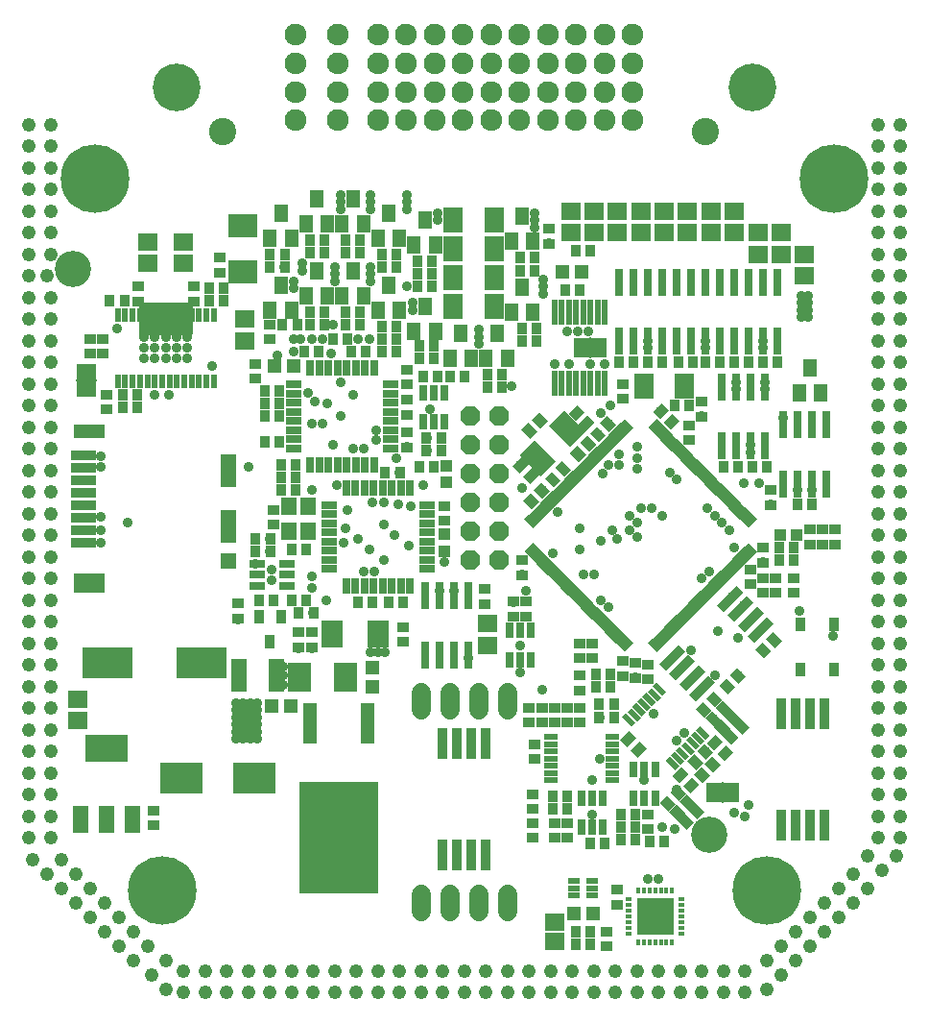
<source format=gbr>
G04 EAGLE Gerber RS-274X export*
G75*
%MOMM*%
%FSLAX34Y34*%
%LPD*%
%INSoldermask Top*%
%IPPOS*%
%AMOC8*
5,1,8,0,0,1.08239X$1,22.5*%
G01*
%ADD10C,3.203200*%
%ADD11R,0.903200X1.103200*%
%ADD12R,1.103200X0.903200*%
%ADD13R,0.903200X1.203200*%
%ADD14R,1.203200X1.303200*%
%ADD15R,1.473200X0.762000*%
%ADD16R,0.762000X1.473200*%
%ADD17R,1.983200X2.363200*%
%ADD18R,1.003200X1.003200*%
%ADD19R,1.403200X3.003200*%
%ADD20R,1.403200X1.603200*%
%ADD21R,2.003200X2.603200*%
%ADD22R,1.203200X1.603200*%
%ADD23R,1.703200X1.503200*%
%ADD24R,1.703200X2.303200*%
%ADD25R,0.889000X2.743200*%
%ADD26R,1.103200X0.503200*%
%ADD27R,0.503200X1.103200*%
%ADD28R,1.903200X2.603200*%
%ADD29R,0.803200X2.403200*%
%ADD30R,1.422200X2.438200*%
%ADD31R,3.803200X2.403200*%
%ADD32R,2.403200X0.838200*%
%ADD33P,1.869504X8X292.500000*%
%ADD34C,1.928200*%
%ADD35C,2.403200*%
%ADD36C,4.203200*%
%ADD37R,1.303200X1.203200*%
%ADD38C,1.727200*%
%ADD39R,0.753200X1.403200*%
%ADD40R,1.403200X0.753200*%
%ADD41R,1.193800X0.508000*%
%ADD42R,0.508000X1.193800*%
%ADD43R,1.203200X3.603200*%
%ADD44R,7.003200X9.803200*%
%ADD45R,4.503200X2.703200*%
%ADD46R,3.703200X2.703200*%
%ADD47R,2.603200X2.003200*%
%ADD48R,1.371600X1.803400*%
%ADD49R,0.152400X1.828800*%
%ADD50R,0.600000X0.300000*%
%ADD51R,0.300000X0.600000*%
%ADD52R,3.300000X3.300000*%
%ADD53R,1.003200X0.603200*%
%ADD54R,0.953200X1.203200*%
%ADD55R,1.803400X1.371600*%
%ADD56R,1.828800X0.152400*%
%ADD57R,2.203200X0.903200*%
%ADD58R,2.803200X1.703200*%
%ADD59R,2.803200X1.203200*%
%ADD60R,1.403200X1.403200*%
%ADD61R,1.403200X2.903200*%
%ADD62R,0.583200X2.203200*%
%ADD63C,0.914400*%
%ADD64C,6.045200*%
%ADD65C,1.209600*%

G36*
X158776Y595380D02*
X158776Y595380D01*
X158802Y595378D01*
X158949Y595400D01*
X159096Y595417D01*
X159121Y595425D01*
X159147Y595429D01*
X159285Y595484D01*
X159424Y595534D01*
X159446Y595548D01*
X159471Y595558D01*
X159592Y595643D01*
X159717Y595723D01*
X159735Y595742D01*
X159757Y595757D01*
X159856Y595867D01*
X159959Y595974D01*
X159973Y595996D01*
X159990Y596016D01*
X160062Y596146D01*
X160138Y596273D01*
X160146Y596298D01*
X160159Y596321D01*
X160199Y596464D01*
X160244Y596605D01*
X160246Y596631D01*
X160254Y596656D01*
X160273Y596900D01*
X160273Y622300D01*
X160270Y622326D01*
X160272Y622352D01*
X160250Y622499D01*
X160233Y622646D01*
X160225Y622671D01*
X160221Y622697D01*
X160166Y622835D01*
X160116Y622974D01*
X160102Y622996D01*
X160092Y623021D01*
X160007Y623142D01*
X159927Y623267D01*
X159908Y623285D01*
X159893Y623307D01*
X159783Y623406D01*
X159676Y623509D01*
X159654Y623523D01*
X159634Y623540D01*
X159504Y623612D01*
X159377Y623688D01*
X159352Y623696D01*
X159329Y623709D01*
X159186Y623749D01*
X159045Y623794D01*
X159019Y623796D01*
X158994Y623804D01*
X158750Y623823D01*
X114300Y623823D01*
X114274Y623820D01*
X114248Y623822D01*
X114101Y623800D01*
X113954Y623783D01*
X113929Y623775D01*
X113903Y623771D01*
X113765Y623716D01*
X113626Y623666D01*
X113604Y623652D01*
X113579Y623642D01*
X113458Y623557D01*
X113333Y623477D01*
X113315Y623458D01*
X113293Y623443D01*
X113194Y623333D01*
X113091Y623226D01*
X113077Y623204D01*
X113060Y623184D01*
X112988Y623054D01*
X112912Y622927D01*
X112904Y622902D01*
X112891Y622879D01*
X112851Y622736D01*
X112806Y622595D01*
X112804Y622569D01*
X112796Y622544D01*
X112777Y622300D01*
X112777Y596900D01*
X112780Y596874D01*
X112778Y596848D01*
X112800Y596701D01*
X112817Y596554D01*
X112825Y596529D01*
X112829Y596503D01*
X112884Y596365D01*
X112934Y596226D01*
X112948Y596204D01*
X112958Y596179D01*
X113043Y596058D01*
X113123Y595933D01*
X113142Y595915D01*
X113157Y595893D01*
X113267Y595794D01*
X113374Y595691D01*
X113396Y595677D01*
X113416Y595660D01*
X113546Y595588D01*
X113673Y595512D01*
X113698Y595504D01*
X113721Y595491D01*
X113864Y595451D01*
X114005Y595406D01*
X114031Y595404D01*
X114056Y595396D01*
X114300Y595377D01*
X158750Y595377D01*
X158776Y595380D01*
G37*
D10*
X55000Y654000D03*
X616000Y155000D03*
D11*
X236688Y523875D03*
X223688Y523875D03*
D12*
X349250Y509738D03*
X349250Y496738D03*
D11*
X297013Y592138D03*
X284013Y592138D03*
X250975Y458788D03*
X237975Y458788D03*
X339875Y581025D03*
X326875Y581025D03*
D13*
X228600Y325550D03*
X219100Y347550D03*
X238100Y347550D03*
D11*
X250975Y481013D03*
X237975Y481013D03*
D14*
X249800Y568325D03*
X232800Y568325D03*
D11*
X223688Y534988D03*
X236688Y534988D03*
X250975Y469900D03*
X237975Y469900D03*
X312888Y581025D03*
X299888Y581025D03*
D12*
X349250Y565300D03*
X349250Y552300D03*
X349250Y538313D03*
X349250Y525313D03*
D11*
X236688Y546100D03*
X223688Y546100D03*
X266850Y350838D03*
X253850Y350838D03*
D12*
X228600Y604988D03*
X228600Y591988D03*
X215900Y570063D03*
X215900Y557063D03*
D11*
X252563Y604838D03*
X239563Y604838D03*
D15*
X249174Y551875D03*
X249174Y543875D03*
X249174Y535875D03*
X249174Y527875D03*
X249174Y519875D03*
X249174Y511875D03*
X249174Y503875D03*
X249174Y495875D03*
D16*
X264100Y480949D03*
X272100Y480949D03*
X280100Y480949D03*
X288100Y480949D03*
X296100Y480949D03*
X304100Y480949D03*
X312100Y480949D03*
X320100Y480949D03*
D15*
X335026Y495875D03*
X335026Y503875D03*
X335026Y511875D03*
X335026Y519875D03*
X335026Y527875D03*
X335026Y535875D03*
X335026Y543875D03*
X335026Y551875D03*
D16*
X320100Y566801D03*
X312100Y566801D03*
X304100Y566801D03*
X296100Y566801D03*
X288100Y566801D03*
X280100Y566801D03*
X272100Y566801D03*
X264100Y566801D03*
D11*
X247500Y406400D03*
X260500Y406400D03*
D12*
X231775Y428475D03*
X231775Y441475D03*
D11*
X223688Y501650D03*
X236688Y501650D03*
X215750Y415925D03*
X228750Y415925D03*
X215750Y404813D03*
X228750Y404813D03*
D17*
X282913Y331788D03*
X323613Y331788D03*
D11*
X690713Y407988D03*
X677713Y407988D03*
D18*
X693300Y419100D03*
X678300Y419100D03*
D19*
X200988Y295275D03*
X233988Y295275D03*
D11*
X258613Y581025D03*
X271613Y581025D03*
D20*
X262500Y422388D03*
X262500Y444388D03*
X245500Y444388D03*
X245500Y422388D03*
D21*
X294888Y293688D03*
X254388Y293688D03*
D22*
X238125Y639650D03*
X247625Y617650D03*
X228625Y617650D03*
D11*
X260500Y361950D03*
X247500Y361950D03*
X231925Y361950D03*
X218925Y361950D03*
X358625Y638175D03*
X371625Y638175D03*
D23*
X596900Y685825D03*
X596900Y704825D03*
D11*
X628500Y479425D03*
X641500Y479425D03*
X653900Y479425D03*
X666900Y479425D03*
D23*
X576263Y685825D03*
X576263Y704825D03*
X534988Y685825D03*
X534988Y704825D03*
D11*
X536425Y571500D03*
X549425Y571500D03*
X561825Y571500D03*
X574825Y571500D03*
D23*
X555625Y685825D03*
X555625Y704825D03*
D11*
X228450Y655638D03*
X241450Y655638D03*
X241450Y666750D03*
X228450Y666750D03*
D22*
X238125Y703150D03*
X247625Y681150D03*
X228625Y681150D03*
D11*
X263375Y604838D03*
X276375Y604838D03*
X276375Y615950D03*
X263375Y615950D03*
D22*
X269875Y652350D03*
X279375Y630350D03*
X260375Y630350D03*
D11*
X376388Y558800D03*
X363388Y558800D03*
X400200Y558800D03*
X387200Y558800D03*
D22*
X396875Y596788D03*
X406375Y574788D03*
X387375Y574788D03*
D11*
X420538Y549275D03*
X433538Y549275D03*
X433538Y560388D03*
X420538Y560388D03*
D22*
X428625Y596788D03*
X438125Y574788D03*
X419125Y574788D03*
D11*
X360213Y574675D03*
X373213Y574675D03*
X373213Y585788D03*
X360213Y585788D03*
D22*
X365125Y620600D03*
X374625Y598600D03*
X355625Y598600D03*
D11*
X295125Y604838D03*
X308125Y604838D03*
X308125Y615950D03*
X295125Y615950D03*
D22*
X301625Y652350D03*
X311125Y630350D03*
X292125Y630350D03*
D11*
X326875Y592138D03*
X339875Y592138D03*
X339875Y603250D03*
X326875Y603250D03*
D22*
X333375Y639650D03*
X342875Y617650D03*
X323875Y617650D03*
D24*
X425988Y646113D03*
X389988Y646113D03*
X425988Y620713D03*
X389988Y620713D03*
D11*
X585638Y533400D03*
X598638Y533400D03*
X450700Y590550D03*
X463700Y590550D03*
X463700Y601663D03*
X450700Y601663D03*
D22*
X450850Y638063D03*
X460350Y616063D03*
X441350Y616063D03*
D24*
X425988Y671513D03*
X389988Y671513D03*
D11*
X449113Y652463D03*
X462113Y652463D03*
X462113Y663575D03*
X449113Y663575D03*
D22*
X450850Y699975D03*
X460350Y677975D03*
X441350Y677975D03*
D24*
X425988Y696913D03*
X389988Y696913D03*
D12*
X382588Y431650D03*
X382588Y444650D03*
D18*
X382588Y420250D03*
X382588Y405250D03*
D25*
X679450Y261938D03*
X717550Y261938D03*
X692150Y261938D03*
X704850Y261938D03*
X679450Y163513D03*
X717550Y163513D03*
X692150Y163513D03*
X704850Y163513D03*
D23*
X700088Y666725D03*
X700088Y647725D03*
D12*
X609600Y523725D03*
X609600Y536725D03*
D11*
G36*
X572547Y521378D02*
X566161Y527764D01*
X573961Y535564D01*
X580347Y529178D01*
X572547Y521378D01*
G37*
G36*
X581739Y512186D02*
X575353Y518572D01*
X583153Y526372D01*
X589539Y519986D01*
X581739Y512186D01*
G37*
G36*
X519791Y518066D02*
X526177Y524452D01*
X533977Y516652D01*
X527591Y510266D01*
X519791Y518066D01*
G37*
G36*
X510598Y508873D02*
X516984Y515259D01*
X524784Y507459D01*
X518398Y501073D01*
X510598Y508873D01*
G37*
D12*
X598488Y503088D03*
X598488Y516088D03*
D11*
G36*
X480103Y478378D02*
X486489Y484764D01*
X494289Y476964D01*
X487903Y470578D01*
X480103Y478378D01*
G37*
G36*
X470911Y469186D02*
X477297Y475572D01*
X485097Y467772D01*
X478711Y461386D01*
X470911Y469186D01*
G37*
D12*
X539750Y295125D03*
X539750Y308125D03*
X652463Y376088D03*
X652463Y389088D03*
X663575Y408138D03*
X663575Y395138D03*
X550863Y306538D03*
X550863Y293538D03*
X450850Y397025D03*
X450850Y384025D03*
D11*
G36*
X502328Y500603D02*
X508714Y506989D01*
X516514Y499189D01*
X510128Y492803D01*
X502328Y500603D01*
G37*
G36*
X493136Y491411D02*
X499522Y497797D01*
X507322Y489997D01*
X500936Y483611D01*
X493136Y491411D01*
G37*
D26*
G36*
X545584Y510436D02*
X537784Y518236D01*
X541342Y521794D01*
X549142Y513994D01*
X545584Y510436D01*
G37*
G36*
X542048Y506901D02*
X534248Y514701D01*
X537806Y518259D01*
X545606Y510459D01*
X542048Y506901D01*
G37*
G36*
X538513Y503365D02*
X530713Y511165D01*
X534271Y514723D01*
X542071Y506923D01*
X538513Y503365D01*
G37*
G36*
X534977Y499829D02*
X527177Y507629D01*
X530735Y511187D01*
X538535Y503387D01*
X534977Y499829D01*
G37*
G36*
X531442Y496294D02*
X523642Y504094D01*
X527200Y507652D01*
X535000Y499852D01*
X531442Y496294D01*
G37*
G36*
X527906Y492758D02*
X520106Y500558D01*
X523664Y504116D01*
X531464Y496316D01*
X527906Y492758D01*
G37*
G36*
X524371Y489223D02*
X516571Y497023D01*
X520129Y500581D01*
X527929Y492781D01*
X524371Y489223D01*
G37*
G36*
X520835Y485687D02*
X513035Y493487D01*
X516593Y497045D01*
X524393Y489245D01*
X520835Y485687D01*
G37*
G36*
X517299Y482152D02*
X509499Y489952D01*
X513057Y493510D01*
X520857Y485710D01*
X517299Y482152D01*
G37*
G36*
X513764Y478616D02*
X505964Y486416D01*
X509522Y489974D01*
X517322Y482174D01*
X513764Y478616D01*
G37*
G36*
X510228Y475081D02*
X502428Y482881D01*
X505986Y486439D01*
X513786Y478639D01*
X510228Y475081D01*
G37*
G36*
X506693Y471545D02*
X498893Y479345D01*
X502451Y482903D01*
X510251Y475103D01*
X506693Y471545D01*
G37*
G36*
X503157Y468010D02*
X495357Y475810D01*
X498915Y479368D01*
X506715Y471568D01*
X503157Y468010D01*
G37*
G36*
X499622Y464474D02*
X491822Y472274D01*
X495380Y475832D01*
X503180Y468032D01*
X499622Y464474D01*
G37*
G36*
X496086Y460939D02*
X488286Y468739D01*
X491844Y472297D01*
X499644Y464497D01*
X496086Y460939D01*
G37*
G36*
X492551Y457403D02*
X484751Y465203D01*
X488309Y468761D01*
X496109Y460961D01*
X492551Y457403D01*
G37*
G36*
X489015Y453868D02*
X481215Y461668D01*
X484773Y465226D01*
X492573Y457426D01*
X489015Y453868D01*
G37*
G36*
X485480Y450332D02*
X477680Y458132D01*
X481238Y461690D01*
X489038Y453890D01*
X485480Y450332D01*
G37*
G36*
X481944Y446796D02*
X474144Y454596D01*
X477702Y458154D01*
X485502Y450354D01*
X481944Y446796D01*
G37*
G36*
X478409Y443261D02*
X470609Y451061D01*
X474167Y454619D01*
X481967Y446819D01*
X478409Y443261D01*
G37*
G36*
X474873Y439725D02*
X467073Y447525D01*
X470631Y451083D01*
X478431Y443283D01*
X474873Y439725D01*
G37*
G36*
X471338Y436190D02*
X463538Y443990D01*
X467096Y447548D01*
X474896Y439748D01*
X471338Y436190D01*
G37*
G36*
X467802Y432654D02*
X460002Y440454D01*
X463560Y444012D01*
X471360Y436212D01*
X467802Y432654D01*
G37*
G36*
X464266Y429119D02*
X456466Y436919D01*
X460024Y440477D01*
X467824Y432677D01*
X464266Y429119D01*
G37*
G36*
X460731Y425583D02*
X452931Y433383D01*
X456489Y436941D01*
X464289Y429141D01*
X460731Y425583D01*
G37*
D27*
G36*
X456489Y401259D02*
X452931Y404817D01*
X460731Y412617D01*
X464289Y409059D01*
X456489Y401259D01*
G37*
G36*
X460024Y397723D02*
X456466Y401281D01*
X464266Y409081D01*
X467824Y405523D01*
X460024Y397723D01*
G37*
G36*
X463560Y394188D02*
X460002Y397746D01*
X467802Y405546D01*
X471360Y401988D01*
X463560Y394188D01*
G37*
G36*
X467096Y390652D02*
X463538Y394210D01*
X471338Y402010D01*
X474896Y398452D01*
X467096Y390652D01*
G37*
G36*
X470631Y387117D02*
X467073Y390675D01*
X474873Y398475D01*
X478431Y394917D01*
X470631Y387117D01*
G37*
G36*
X474167Y383581D02*
X470609Y387139D01*
X478409Y394939D01*
X481967Y391381D01*
X474167Y383581D01*
G37*
G36*
X477702Y380046D02*
X474144Y383604D01*
X481944Y391404D01*
X485502Y387846D01*
X477702Y380046D01*
G37*
G36*
X481238Y376510D02*
X477680Y380068D01*
X485480Y387868D01*
X489038Y384310D01*
X481238Y376510D01*
G37*
G36*
X484773Y372974D02*
X481215Y376532D01*
X489015Y384332D01*
X492573Y380774D01*
X484773Y372974D01*
G37*
G36*
X488309Y369439D02*
X484751Y372997D01*
X492551Y380797D01*
X496109Y377239D01*
X488309Y369439D01*
G37*
G36*
X491844Y365903D02*
X488286Y369461D01*
X496086Y377261D01*
X499644Y373703D01*
X491844Y365903D01*
G37*
G36*
X495380Y362368D02*
X491822Y365926D01*
X499622Y373726D01*
X503180Y370168D01*
X495380Y362368D01*
G37*
G36*
X498915Y358832D02*
X495357Y362390D01*
X503157Y370190D01*
X506715Y366632D01*
X498915Y358832D01*
G37*
G36*
X502451Y355297D02*
X498893Y358855D01*
X506693Y366655D01*
X510251Y363097D01*
X502451Y355297D01*
G37*
G36*
X505986Y351761D02*
X502428Y355319D01*
X510228Y363119D01*
X513786Y359561D01*
X505986Y351761D01*
G37*
G36*
X509522Y348226D02*
X505964Y351784D01*
X513764Y359584D01*
X517322Y356026D01*
X509522Y348226D01*
G37*
G36*
X513057Y344690D02*
X509499Y348248D01*
X517299Y356048D01*
X520857Y352490D01*
X513057Y344690D01*
G37*
G36*
X516593Y341155D02*
X513035Y344713D01*
X520835Y352513D01*
X524393Y348955D01*
X516593Y341155D01*
G37*
G36*
X520129Y337619D02*
X516571Y341177D01*
X524371Y348977D01*
X527929Y345419D01*
X520129Y337619D01*
G37*
G36*
X523664Y334084D02*
X520106Y337642D01*
X527906Y345442D01*
X531464Y341884D01*
X523664Y334084D01*
G37*
G36*
X527200Y330548D02*
X523642Y334106D01*
X531442Y341906D01*
X535000Y338348D01*
X527200Y330548D01*
G37*
G36*
X530735Y327013D02*
X527177Y330571D01*
X534977Y338371D01*
X538535Y334813D01*
X530735Y327013D01*
G37*
G36*
X534271Y323477D02*
X530713Y327035D01*
X538513Y334835D01*
X542071Y331277D01*
X534271Y323477D01*
G37*
G36*
X537806Y319941D02*
X534248Y323499D01*
X542048Y331299D01*
X545606Y327741D01*
X537806Y319941D01*
G37*
G36*
X541342Y316406D02*
X537784Y319964D01*
X545584Y327764D01*
X549142Y324206D01*
X541342Y316406D01*
G37*
D26*
G36*
X569908Y316406D02*
X562108Y324206D01*
X565666Y327764D01*
X573466Y319964D01*
X569908Y316406D01*
G37*
G36*
X573444Y319941D02*
X565644Y327741D01*
X569202Y331299D01*
X577002Y323499D01*
X573444Y319941D01*
G37*
G36*
X576979Y323477D02*
X569179Y331277D01*
X572737Y334835D01*
X580537Y327035D01*
X576979Y323477D01*
G37*
G36*
X580515Y327013D02*
X572715Y334813D01*
X576273Y338371D01*
X584073Y330571D01*
X580515Y327013D01*
G37*
G36*
X584050Y330548D02*
X576250Y338348D01*
X579808Y341906D01*
X587608Y334106D01*
X584050Y330548D01*
G37*
G36*
X587586Y334084D02*
X579786Y341884D01*
X583344Y345442D01*
X591144Y337642D01*
X587586Y334084D01*
G37*
G36*
X591121Y337619D02*
X583321Y345419D01*
X586879Y348977D01*
X594679Y341177D01*
X591121Y337619D01*
G37*
G36*
X594657Y341155D02*
X586857Y348955D01*
X590415Y352513D01*
X598215Y344713D01*
X594657Y341155D01*
G37*
G36*
X598193Y344690D02*
X590393Y352490D01*
X593951Y356048D01*
X601751Y348248D01*
X598193Y344690D01*
G37*
G36*
X601728Y348226D02*
X593928Y356026D01*
X597486Y359584D01*
X605286Y351784D01*
X601728Y348226D01*
G37*
G36*
X605264Y351761D02*
X597464Y359561D01*
X601022Y363119D01*
X608822Y355319D01*
X605264Y351761D01*
G37*
G36*
X608799Y355297D02*
X600999Y363097D01*
X604557Y366655D01*
X612357Y358855D01*
X608799Y355297D01*
G37*
G36*
X612335Y358832D02*
X604535Y366632D01*
X608093Y370190D01*
X615893Y362390D01*
X612335Y358832D01*
G37*
G36*
X615870Y362368D02*
X608070Y370168D01*
X611628Y373726D01*
X619428Y365926D01*
X615870Y362368D01*
G37*
G36*
X619406Y365903D02*
X611606Y373703D01*
X615164Y377261D01*
X622964Y369461D01*
X619406Y365903D01*
G37*
G36*
X622941Y369439D02*
X615141Y377239D01*
X618699Y380797D01*
X626499Y372997D01*
X622941Y369439D01*
G37*
G36*
X626477Y372974D02*
X618677Y380774D01*
X622235Y384332D01*
X630035Y376532D01*
X626477Y372974D01*
G37*
G36*
X630012Y376510D02*
X622212Y384310D01*
X625770Y387868D01*
X633570Y380068D01*
X630012Y376510D01*
G37*
G36*
X633548Y380046D02*
X625748Y387846D01*
X629306Y391404D01*
X637106Y383604D01*
X633548Y380046D01*
G37*
G36*
X637083Y383581D02*
X629283Y391381D01*
X632841Y394939D01*
X640641Y387139D01*
X637083Y383581D01*
G37*
G36*
X640619Y387117D02*
X632819Y394917D01*
X636377Y398475D01*
X644177Y390675D01*
X640619Y387117D01*
G37*
G36*
X644154Y390652D02*
X636354Y398452D01*
X639912Y402010D01*
X647712Y394210D01*
X644154Y390652D01*
G37*
G36*
X647690Y394188D02*
X639890Y401988D01*
X643448Y405546D01*
X651248Y397746D01*
X647690Y394188D01*
G37*
G36*
X651226Y397723D02*
X643426Y405523D01*
X646984Y409081D01*
X654784Y401281D01*
X651226Y397723D01*
G37*
G36*
X654761Y401259D02*
X646961Y409059D01*
X650519Y412617D01*
X658319Y404817D01*
X654761Y401259D01*
G37*
D27*
G36*
X650519Y425583D02*
X646961Y429141D01*
X654761Y436941D01*
X658319Y433383D01*
X650519Y425583D01*
G37*
G36*
X646984Y429119D02*
X643426Y432677D01*
X651226Y440477D01*
X654784Y436919D01*
X646984Y429119D01*
G37*
G36*
X643448Y432654D02*
X639890Y436212D01*
X647690Y444012D01*
X651248Y440454D01*
X643448Y432654D01*
G37*
G36*
X639912Y436190D02*
X636354Y439748D01*
X644154Y447548D01*
X647712Y443990D01*
X639912Y436190D01*
G37*
G36*
X636377Y439725D02*
X632819Y443283D01*
X640619Y451083D01*
X644177Y447525D01*
X636377Y439725D01*
G37*
G36*
X632841Y443261D02*
X629283Y446819D01*
X637083Y454619D01*
X640641Y451061D01*
X632841Y443261D01*
G37*
G36*
X629306Y446796D02*
X625748Y450354D01*
X633548Y458154D01*
X637106Y454596D01*
X629306Y446796D01*
G37*
G36*
X625770Y450332D02*
X622212Y453890D01*
X630012Y461690D01*
X633570Y458132D01*
X625770Y450332D01*
G37*
G36*
X622235Y453868D02*
X618677Y457426D01*
X626477Y465226D01*
X630035Y461668D01*
X622235Y453868D01*
G37*
G36*
X618699Y457403D02*
X615141Y460961D01*
X622941Y468761D01*
X626499Y465203D01*
X618699Y457403D01*
G37*
G36*
X615164Y460939D02*
X611606Y464497D01*
X619406Y472297D01*
X622964Y468739D01*
X615164Y460939D01*
G37*
G36*
X611628Y464474D02*
X608070Y468032D01*
X615870Y475832D01*
X619428Y472274D01*
X611628Y464474D01*
G37*
G36*
X608093Y468010D02*
X604535Y471568D01*
X612335Y479368D01*
X615893Y475810D01*
X608093Y468010D01*
G37*
G36*
X604557Y471545D02*
X600999Y475103D01*
X608799Y482903D01*
X612357Y479345D01*
X604557Y471545D01*
G37*
G36*
X601022Y475081D02*
X597464Y478639D01*
X605264Y486439D01*
X608822Y482881D01*
X601022Y475081D01*
G37*
G36*
X597486Y478616D02*
X593928Y482174D01*
X601728Y489974D01*
X605286Y486416D01*
X597486Y478616D01*
G37*
G36*
X593951Y482152D02*
X590393Y485710D01*
X598193Y493510D01*
X601751Y489952D01*
X593951Y482152D01*
G37*
G36*
X590415Y485687D02*
X586857Y489245D01*
X594657Y497045D01*
X598215Y493487D01*
X590415Y485687D01*
G37*
G36*
X586879Y489223D02*
X583321Y492781D01*
X591121Y500581D01*
X594679Y497023D01*
X586879Y489223D01*
G37*
G36*
X583344Y492758D02*
X579786Y496316D01*
X587586Y504116D01*
X591144Y500558D01*
X583344Y492758D01*
G37*
G36*
X579808Y496294D02*
X576250Y499852D01*
X584050Y507652D01*
X587608Y504094D01*
X579808Y496294D01*
G37*
G36*
X576273Y499829D02*
X572715Y503387D01*
X580515Y511187D01*
X584073Y507629D01*
X576273Y499829D01*
G37*
G36*
X572737Y503365D02*
X569179Y506923D01*
X576979Y514723D01*
X580537Y511165D01*
X572737Y503365D01*
G37*
G36*
X569202Y506901D02*
X565644Y510459D01*
X573444Y518259D01*
X577002Y514701D01*
X569202Y506901D01*
G37*
G36*
X565666Y510436D02*
X562108Y513994D01*
X569908Y521794D01*
X573466Y518236D01*
X565666Y510436D01*
G37*
D11*
G36*
X508541Y524784D02*
X514927Y518398D01*
X507127Y510598D01*
X500741Y516984D01*
X508541Y524784D01*
G37*
G36*
X499348Y533977D02*
X505734Y527591D01*
X497934Y519791D01*
X491548Y526177D01*
X499348Y533977D01*
G37*
G36*
X448722Y473753D02*
X442336Y480139D01*
X450136Y487939D01*
X456522Y481553D01*
X448722Y473753D01*
G37*
G36*
X457914Y464561D02*
X451528Y470947D01*
X459328Y478747D01*
X465714Y472361D01*
X457914Y464561D01*
G37*
G36*
X464459Y510634D02*
X458073Y504248D01*
X450273Y512048D01*
X456659Y518434D01*
X464459Y510634D01*
G37*
G36*
X473652Y519827D02*
X467266Y513441D01*
X459466Y521241D01*
X465852Y527627D01*
X473652Y519827D01*
G37*
D28*
G36*
X474987Y515618D02*
X488445Y529076D01*
X506851Y510670D01*
X493393Y497212D01*
X474987Y515618D01*
G37*
G36*
X448824Y489455D02*
X462282Y502913D01*
X480688Y484507D01*
X467230Y471049D01*
X448824Y489455D01*
G37*
D12*
X669925Y445938D03*
X669925Y458938D03*
D11*
X706588Y446088D03*
X693588Y446088D03*
D29*
X693738Y464538D03*
X693738Y516538D03*
X681038Y464538D03*
X706438Y464538D03*
X719138Y464538D03*
X681038Y516538D03*
X706438Y516538D03*
X719138Y516538D03*
D30*
X61028Y169035D03*
X84138Y169035D03*
X107248Y169035D03*
D31*
X84138Y231015D03*
D23*
X58738Y274613D03*
X58738Y255613D03*
D32*
G36*
X650129Y330665D02*
X667122Y347658D01*
X673049Y341731D01*
X656056Y324738D01*
X650129Y330665D01*
G37*
G36*
X641149Y339645D02*
X658142Y356638D01*
X664069Y350711D01*
X647076Y333718D01*
X641149Y339645D01*
G37*
G36*
X632168Y348626D02*
X649161Y365619D01*
X655088Y359692D01*
X638095Y342699D01*
X632168Y348626D01*
G37*
G36*
X623188Y357606D02*
X640181Y374599D01*
X646108Y368672D01*
X629115Y351679D01*
X623188Y357606D01*
G37*
G36*
X571551Y305969D02*
X588544Y322962D01*
X594471Y317035D01*
X577478Y300042D01*
X571551Y305969D01*
G37*
G36*
X580531Y296989D02*
X597524Y313982D01*
X603451Y308055D01*
X586458Y291062D01*
X580531Y296989D01*
G37*
G36*
X589512Y288008D02*
X606505Y305001D01*
X612432Y299074D01*
X595439Y282081D01*
X589512Y288008D01*
G37*
G36*
X598492Y279028D02*
X615485Y296021D01*
X621412Y290094D01*
X604419Y273101D01*
X598492Y279028D01*
G37*
D11*
G36*
X639084Y285209D02*
X632698Y278823D01*
X624898Y286623D01*
X631284Y293009D01*
X639084Y285209D01*
G37*
G36*
X648277Y294402D02*
X641891Y288016D01*
X634091Y295816D01*
X640477Y302202D01*
X648277Y294402D01*
G37*
G36*
X665841Y327566D02*
X672227Y333952D01*
X680027Y326152D01*
X673641Y319766D01*
X665841Y327566D01*
G37*
G36*
X656648Y318373D02*
X663034Y324759D01*
X670834Y316959D01*
X664448Y310573D01*
X656648Y318373D01*
G37*
D33*
X430213Y523875D03*
X404813Y523875D03*
X430213Y498475D03*
X404813Y498475D03*
X430213Y473075D03*
X404813Y473075D03*
X430213Y447675D03*
X404813Y447675D03*
X430213Y422275D03*
X404813Y422275D03*
X430213Y396875D03*
X404813Y396875D03*
D11*
G36*
X466047Y448722D02*
X459661Y442336D01*
X451861Y450136D01*
X458247Y456522D01*
X466047Y448722D01*
G37*
G36*
X475239Y457914D02*
X468853Y451528D01*
X461053Y459328D01*
X467439Y465714D01*
X475239Y457914D01*
G37*
D23*
X617538Y685825D03*
X617538Y704825D03*
D11*
X588813Y571500D03*
X601813Y571500D03*
X612625Y571500D03*
X625625Y571500D03*
D23*
X638175Y685825D03*
X638175Y704825D03*
X679450Y666775D03*
X679450Y685775D03*
D11*
X638025Y571500D03*
X651025Y571500D03*
X663425Y571500D03*
X676425Y571500D03*
D23*
X658813Y666775D03*
X658813Y685775D03*
D11*
X358625Y649288D03*
X371625Y649288D03*
X371625Y660400D03*
X358625Y660400D03*
D22*
X365125Y696800D03*
X374625Y674800D03*
X355625Y674800D03*
D11*
X326875Y655638D03*
X339875Y655638D03*
X339875Y666750D03*
X326875Y666750D03*
D22*
X333375Y703150D03*
X342875Y681150D03*
X323875Y681150D03*
D11*
X295125Y668338D03*
X308125Y668338D03*
X308125Y679450D03*
X295125Y679450D03*
D22*
X301625Y715850D03*
X311125Y693850D03*
X292125Y693850D03*
D11*
X276375Y668338D03*
X263375Y668338D03*
X276375Y679450D03*
X263375Y679450D03*
D22*
X269875Y715850D03*
X279375Y693850D03*
X260375Y693850D03*
D34*
X251500Y785000D03*
X251500Y810000D03*
X251500Y835000D03*
X251500Y860000D03*
X288500Y785000D03*
X288500Y810000D03*
X288500Y835000D03*
X288500Y860000D03*
X323500Y785000D03*
X323500Y810000D03*
X323500Y835000D03*
X323500Y860000D03*
X348500Y785000D03*
X348500Y810000D03*
X348500Y835000D03*
X348500Y860000D03*
X373500Y785000D03*
X373500Y810000D03*
X373500Y835000D03*
X373500Y860000D03*
X398500Y785000D03*
X398500Y810000D03*
X398500Y835000D03*
X398500Y860000D03*
X423500Y785000D03*
X423500Y810000D03*
X423500Y835000D03*
X423500Y860000D03*
X448500Y785000D03*
X448500Y810000D03*
X448500Y835000D03*
X448500Y860000D03*
X473500Y785000D03*
X473500Y810000D03*
X473500Y835000D03*
X473500Y860000D03*
X498500Y785000D03*
X498500Y810000D03*
X498500Y835000D03*
X498500Y860000D03*
X523500Y785000D03*
X523500Y810000D03*
X523500Y835000D03*
X523500Y860000D03*
X548500Y785000D03*
X548500Y810000D03*
X548500Y835000D03*
X548500Y860000D03*
D35*
X187000Y775000D03*
X613000Y775000D03*
D36*
X146000Y813500D03*
X654000Y813500D03*
D25*
X380950Y235563D03*
X419050Y235563D03*
X393650Y235563D03*
X406350Y235563D03*
X380950Y137138D03*
X419050Y137138D03*
X393650Y137138D03*
X406350Y137138D03*
D12*
X539750Y539600D03*
X539750Y552600D03*
X468313Y266850D03*
X468313Y253850D03*
X457200Y253850D03*
X457200Y266850D03*
X461963Y222100D03*
X461963Y235100D03*
D11*
G36*
X610509Y218534D02*
X604123Y212148D01*
X596323Y219948D01*
X602709Y226334D01*
X610509Y218534D01*
G37*
G36*
X619702Y227727D02*
X613316Y221341D01*
X605516Y229141D01*
X611902Y235527D01*
X619702Y227727D01*
G37*
D12*
X501650Y295425D03*
X501650Y282425D03*
D11*
X515788Y296863D03*
X528788Y296863D03*
X531963Y258763D03*
X518963Y258763D03*
D12*
X501650Y324000D03*
X501650Y311000D03*
X479425Y266850D03*
X479425Y253850D03*
X501650Y253850D03*
X501650Y266850D03*
D11*
X528788Y285750D03*
X515788Y285750D03*
X518963Y269875D03*
X531963Y269875D03*
D12*
X512763Y311000D03*
X512763Y324000D03*
X490538Y266850D03*
X490538Y253850D03*
D11*
X366563Y504825D03*
X379563Y504825D03*
X379563Y493713D03*
X366563Y493713D03*
G36*
X543972Y232453D02*
X537586Y238839D01*
X545386Y246639D01*
X551772Y240253D01*
X543972Y232453D01*
G37*
G36*
X553164Y223261D02*
X546778Y229647D01*
X554578Y237447D01*
X560964Y231061D01*
X553164Y223261D01*
G37*
G36*
X600616Y205697D02*
X607002Y199311D01*
X599202Y191511D01*
X592816Y197897D01*
X600616Y205697D01*
G37*
G36*
X591423Y214889D02*
X597809Y208503D01*
X590009Y200703D01*
X583623Y207089D01*
X591423Y214889D01*
G37*
G36*
X620172Y229278D02*
X613786Y235664D01*
X621586Y243464D01*
X627972Y237078D01*
X620172Y229278D01*
G37*
G36*
X629364Y220086D02*
X622978Y226472D01*
X630778Y234272D01*
X637164Y227886D01*
X629364Y220086D01*
G37*
G36*
X586697Y182022D02*
X580311Y175636D01*
X572511Y183436D01*
X578897Y189822D01*
X586697Y182022D01*
G37*
G36*
X595889Y191214D02*
X589503Y184828D01*
X581703Y192628D01*
X588089Y199014D01*
X595889Y191214D01*
G37*
X551013Y173038D03*
X538013Y173038D03*
G36*
X594634Y174084D02*
X588248Y167698D01*
X580448Y175498D01*
X586834Y181884D01*
X594634Y174084D01*
G37*
G36*
X603827Y183277D02*
X597441Y176891D01*
X589641Y184691D01*
X596027Y191077D01*
X603827Y183277D01*
G37*
G36*
X616859Y207422D02*
X610473Y201036D01*
X602673Y208836D01*
X609059Y215222D01*
X616859Y207422D01*
G37*
G36*
X626052Y216614D02*
X619666Y210228D01*
X611866Y218028D01*
X618252Y224414D01*
X626052Y216614D01*
G37*
X538013Y161925D03*
X551013Y161925D03*
D12*
X490538Y165250D03*
X490538Y152250D03*
X460375Y190650D03*
X460375Y177650D03*
D11*
X477688Y177800D03*
X490688Y177800D03*
X477688Y188913D03*
X490688Y188913D03*
D12*
X460375Y165250D03*
X460375Y152250D03*
X479425Y152250D03*
X479425Y165250D03*
X561975Y160188D03*
X561975Y173188D03*
D11*
X511025Y147638D03*
X524025Y147638D03*
X538013Y150813D03*
X551013Y150813D03*
X563413Y149225D03*
X576413Y149225D03*
X373213Y479425D03*
X360213Y479425D03*
D18*
X384175Y480575D03*
X384175Y465575D03*
D37*
X486800Y650875D03*
X503800Y650875D03*
D29*
X639763Y497875D03*
X639763Y549875D03*
X627063Y497875D03*
X652463Y497875D03*
X665163Y497875D03*
X627063Y549875D03*
X652463Y549875D03*
X665163Y549875D03*
X549275Y589950D03*
X549275Y641950D03*
X536575Y589950D03*
X561975Y589950D03*
X574675Y589950D03*
X536575Y641950D03*
X561975Y641950D03*
X574675Y641950D03*
X600075Y589950D03*
X600075Y641950D03*
X587375Y589950D03*
X612775Y589950D03*
X625475Y589950D03*
X587375Y641950D03*
X612775Y641950D03*
X625475Y641950D03*
X650875Y589950D03*
X650875Y641950D03*
X638175Y589950D03*
X663575Y589950D03*
X676275Y589950D03*
X638175Y641950D03*
X663575Y641950D03*
X676275Y641950D03*
D11*
G36*
X613453Y275178D02*
X619839Y281564D01*
X627639Y273764D01*
X621253Y267378D01*
X613453Y275178D01*
G37*
G36*
X604261Y265986D02*
X610647Y272372D01*
X618447Y264572D01*
X612061Y258186D01*
X604261Y265986D01*
G37*
G36*
X629328Y259303D02*
X635714Y265689D01*
X643514Y257889D01*
X637128Y251503D01*
X629328Y259303D01*
G37*
G36*
X620136Y250111D02*
X626522Y256497D01*
X634322Y248697D01*
X627936Y242311D01*
X620136Y250111D01*
G37*
G36*
X626384Y256634D02*
X619998Y250248D01*
X612198Y258048D01*
X618584Y264434D01*
X626384Y256634D01*
G37*
G36*
X635577Y265827D02*
X629191Y259441D01*
X621391Y267241D01*
X627777Y273627D01*
X635577Y265827D01*
G37*
G36*
X637266Y251366D02*
X643652Y257752D01*
X651452Y249952D01*
X645066Y243566D01*
X637266Y251366D01*
G37*
G36*
X628073Y242173D02*
X634459Y248559D01*
X642259Y240759D01*
X635873Y234373D01*
X628073Y242173D01*
G37*
D12*
X663575Y381150D03*
X663575Y368150D03*
X674688Y381150D03*
X674688Y368150D03*
D38*
X361950Y280670D02*
X361950Y265430D01*
X387350Y265430D02*
X387350Y280670D01*
X412750Y280670D02*
X412750Y265430D01*
X438150Y265430D02*
X438150Y280670D01*
D39*
X439763Y309263D03*
X449263Y309263D03*
X458763Y309263D03*
X458763Y335263D03*
X449263Y335263D03*
X439763Y335263D03*
D12*
X442913Y347513D03*
X442913Y360513D03*
X454025Y347513D03*
X454025Y360513D03*
D39*
X363563Y518813D03*
X373063Y518813D03*
X382563Y518813D03*
X382563Y544813D03*
X373063Y544813D03*
X363563Y544813D03*
X522263Y187625D03*
X512763Y187625D03*
X503263Y187625D03*
X503263Y161625D03*
X512763Y161625D03*
X522263Y161625D03*
X549300Y187025D03*
X558800Y187025D03*
X568300Y187025D03*
X568300Y213025D03*
X558800Y213025D03*
X549300Y213025D03*
D40*
X243188Y374675D03*
X243188Y384175D03*
X243188Y393675D03*
X217188Y393675D03*
X217188Y384175D03*
X217188Y374675D03*
D23*
X514350Y704825D03*
X514350Y685825D03*
X493713Y704825D03*
X493713Y685825D03*
D11*
X488800Y635000D03*
X501800Y635000D03*
X498325Y669925D03*
X511325Y669925D03*
D24*
X594263Y550863D03*
X558263Y550863D03*
D41*
X476060Y241300D03*
X476060Y234950D03*
X476060Y228600D03*
X476060Y222250D03*
X476060Y215900D03*
X476060Y209550D03*
X476060Y203200D03*
X530416Y241300D03*
X530416Y234950D03*
X530416Y228600D03*
X530416Y222250D03*
X530416Y215900D03*
X530416Y209550D03*
X530416Y203200D03*
D42*
G36*
X589613Y215713D02*
X586021Y212121D01*
X577581Y220561D01*
X581173Y224153D01*
X589613Y215713D01*
G37*
G36*
X594103Y220203D02*
X590511Y216611D01*
X582071Y225051D01*
X585663Y228643D01*
X594103Y220203D01*
G37*
G36*
X598594Y224693D02*
X595002Y221101D01*
X586562Y229541D01*
X590154Y233133D01*
X598594Y224693D01*
G37*
G36*
X603084Y229183D02*
X599492Y225591D01*
X591052Y234031D01*
X594644Y237623D01*
X603084Y229183D01*
G37*
G36*
X607574Y233673D02*
X603982Y230081D01*
X595542Y238521D01*
X599134Y242113D01*
X607574Y233673D01*
G37*
G36*
X612064Y238164D02*
X608472Y234572D01*
X600032Y243012D01*
X603624Y246604D01*
X612064Y238164D01*
G37*
G36*
X616554Y242654D02*
X612962Y239062D01*
X604522Y247502D01*
X608114Y251094D01*
X616554Y242654D01*
G37*
G36*
X551178Y254148D02*
X547586Y250556D01*
X539146Y258996D01*
X542738Y262588D01*
X551178Y254148D01*
G37*
G36*
X555668Y258638D02*
X552076Y255046D01*
X543636Y263486D01*
X547228Y267078D01*
X555668Y258638D01*
G37*
G36*
X560158Y263129D02*
X556566Y259537D01*
X548126Y267977D01*
X551718Y271569D01*
X560158Y263129D01*
G37*
G36*
X564648Y267619D02*
X561056Y264027D01*
X552616Y272467D01*
X556208Y276059D01*
X564648Y267619D01*
G37*
G36*
X569138Y272109D02*
X565546Y268517D01*
X557106Y276957D01*
X560698Y280549D01*
X569138Y272109D01*
G37*
G36*
X573629Y276599D02*
X570037Y273007D01*
X561597Y281447D01*
X565189Y285039D01*
X573629Y276599D01*
G37*
G36*
X578119Y281089D02*
X574527Y277497D01*
X566087Y285937D01*
X569679Y289529D01*
X578119Y281089D01*
G37*
D11*
X343050Y474663D03*
X330050Y474663D03*
X346225Y360363D03*
X333225Y360363D03*
X306238Y360363D03*
X319238Y360363D03*
D16*
X351850Y460439D03*
X343850Y460439D03*
X335850Y460439D03*
X327850Y460439D03*
X319850Y460439D03*
X311850Y460439D03*
X303850Y460439D03*
X295850Y460439D03*
D15*
X280924Y445513D03*
X280924Y437513D03*
X280924Y429513D03*
X280924Y421513D03*
X280924Y413513D03*
X280924Y405513D03*
X280924Y397513D03*
X280924Y389513D03*
D16*
X295850Y374587D03*
X303850Y374587D03*
X311850Y374587D03*
X319850Y374587D03*
X327850Y374587D03*
X335850Y374587D03*
X343850Y374587D03*
X351850Y374587D03*
D15*
X366776Y389513D03*
X366776Y397513D03*
X366776Y405513D03*
X366776Y413513D03*
X366776Y421513D03*
X366776Y429513D03*
X366776Y437513D03*
X366776Y445513D03*
D29*
X390525Y365725D03*
X390525Y313725D03*
X403225Y365725D03*
X377825Y365725D03*
X365125Y365725D03*
X403225Y313725D03*
X377825Y313725D03*
X365125Y313725D03*
D12*
X417513Y358625D03*
X417513Y371625D03*
X346075Y338288D03*
X346075Y325288D03*
X474663Y689125D03*
X474663Y676125D03*
D22*
X704850Y566625D03*
X714350Y544625D03*
X695350Y544625D03*
D14*
X319088Y285188D03*
X319088Y302188D03*
D12*
X125413Y163363D03*
X125413Y176363D03*
X561975Y304950D03*
X561975Y291950D03*
D43*
X314325Y253325D03*
X263525Y253325D03*
D44*
X288925Y152325D03*
D45*
X168500Y306388D03*
X85500Y306388D03*
D46*
X215063Y204788D03*
X150063Y204788D03*
D42*
X178775Y613378D03*
X172275Y613378D03*
X165775Y613378D03*
X159275Y613378D03*
X152775Y613378D03*
X146275Y613378D03*
X139775Y613378D03*
X133275Y613378D03*
X126775Y613378D03*
X120275Y613378D03*
X113775Y613378D03*
X107275Y613378D03*
X100775Y613378D03*
X94275Y613378D03*
X94275Y555022D03*
X100775Y555022D03*
X107275Y555022D03*
X113775Y555022D03*
X120275Y555022D03*
X126775Y555022D03*
X133275Y555022D03*
X139775Y555022D03*
X146275Y555022D03*
X152775Y555022D03*
X159275Y555022D03*
X165775Y555022D03*
X172275Y555022D03*
X178775Y555022D03*
D11*
X100163Y625475D03*
X87163Y625475D03*
D12*
X80963Y592288D03*
X80963Y579288D03*
D11*
X111275Y542925D03*
X98275Y542925D03*
X98275Y531813D03*
X111275Y531813D03*
D23*
X152400Y677838D03*
X152400Y658838D03*
X120650Y677838D03*
X120650Y658838D03*
D12*
X161131Y638325D03*
X161131Y625325D03*
X84138Y530075D03*
X84138Y543075D03*
D11*
X174475Y625475D03*
X187475Y625475D03*
X187475Y636588D03*
X174475Y636588D03*
D12*
X111919Y638325D03*
X111919Y625325D03*
D47*
X204788Y651263D03*
X204788Y691763D03*
D37*
X229625Y268288D03*
X246625Y268288D03*
D11*
X690713Y396875D03*
X677713Y396875D03*
D12*
X690563Y368150D03*
X690563Y381150D03*
X184150Y650725D03*
X184150Y663725D03*
D23*
X420688Y341288D03*
X420688Y322288D03*
D48*
X619907Y192552D03*
X635147Y192552D03*
D49*
X627527Y192552D03*
D11*
G36*
X602572Y166147D02*
X596186Y159761D01*
X588386Y167561D01*
X594772Y173947D01*
X602572Y166147D01*
G37*
G36*
X611764Y175339D02*
X605378Y168953D01*
X597578Y176753D01*
X603964Y183139D01*
X611764Y175339D01*
G37*
D48*
X518795Y584200D03*
X503555Y584200D03*
D49*
X511175Y584200D03*
D11*
X511325Y58738D03*
X498325Y58738D03*
D23*
X479425Y61350D03*
X479425Y78350D03*
D12*
X525463Y70000D03*
X525463Y57000D03*
D37*
X496325Y85725D03*
X513325Y85725D03*
D11*
X498325Y69850D03*
X511325Y69850D03*
D12*
X534988Y106513D03*
X534988Y93513D03*
D50*
X545259Y98254D03*
X545259Y93254D03*
X545259Y88254D03*
X545259Y83254D03*
X545259Y78254D03*
X545259Y73254D03*
X545259Y68254D03*
D51*
X553259Y60254D03*
X558259Y60254D03*
X563259Y60254D03*
X568259Y60254D03*
X573259Y60254D03*
X578259Y60254D03*
X583259Y60254D03*
D50*
X591259Y68254D03*
X591259Y73254D03*
X591259Y78254D03*
X591259Y83254D03*
X591259Y88254D03*
X591259Y93254D03*
X591259Y98254D03*
D51*
X583259Y106254D03*
X578259Y106254D03*
X573259Y106254D03*
X568259Y106254D03*
X563259Y106254D03*
X558259Y106254D03*
X553259Y106254D03*
D52*
X568259Y83254D03*
D53*
X512825Y101450D03*
X512825Y107950D03*
X512825Y114450D03*
X496825Y114450D03*
X496825Y107950D03*
X496825Y101450D03*
D38*
X361950Y102870D02*
X361950Y87630D01*
X387350Y87630D02*
X387350Y102870D01*
X412750Y102870D02*
X412750Y87630D01*
X438150Y87630D02*
X438150Y102870D01*
D54*
X726200Y340675D03*
X726200Y300675D03*
X696200Y340675D03*
X696200Y300675D03*
D23*
X206375Y590575D03*
X206375Y609575D03*
D12*
X69850Y592288D03*
X69850Y579288D03*
D55*
X66675Y563245D03*
X66675Y548005D03*
D56*
X66675Y555625D03*
D57*
X63975Y412750D03*
X63975Y423750D03*
X63975Y434750D03*
X63975Y445750D03*
X63975Y456750D03*
X63975Y467750D03*
X63975Y478750D03*
X63975Y489750D03*
D58*
X68975Y377250D03*
D59*
X68975Y510750D03*
D60*
X191975Y396250D03*
D61*
X191975Y426750D03*
X191975Y475750D03*
D62*
X479425Y552675D03*
X485775Y552675D03*
X492125Y552675D03*
X498475Y552675D03*
X504825Y552675D03*
X511175Y552675D03*
X517525Y552675D03*
X523875Y552675D03*
X523875Y615725D03*
X517525Y615725D03*
X511175Y615725D03*
X504825Y615725D03*
X498475Y615725D03*
X492125Y615725D03*
X485775Y615725D03*
X479425Y615725D03*
D12*
X704850Y411013D03*
X704850Y424013D03*
X715963Y411013D03*
X715963Y424013D03*
X200025Y358925D03*
X200025Y345925D03*
X727075Y411013D03*
X727075Y424013D03*
X254000Y333525D03*
X254000Y320525D03*
X265113Y333525D03*
X265113Y320525D03*
D63*
X290513Y554038D03*
X306388Y592138D03*
X349250Y496888D03*
X247650Y406400D03*
X323850Y315913D03*
X249238Y581025D03*
X339725Y581025D03*
X223838Y534988D03*
X215900Y404813D03*
X200025Y295275D03*
X200025Y285750D03*
X200025Y304800D03*
X231775Y428625D03*
X412750Y587375D03*
X317500Y642938D03*
X285750Y642938D03*
X285750Y649288D03*
X317500Y649288D03*
X349250Y638175D03*
X285750Y655638D03*
X317500Y655638D03*
X412750Y593725D03*
X412750Y600075D03*
X223838Y523875D03*
X320675Y387350D03*
X704850Y168275D03*
X449263Y481013D03*
X508000Y517525D03*
X693738Y458788D03*
X550863Y293688D03*
X450850Y396875D03*
X458788Y449263D03*
X482600Y439738D03*
X663575Y395288D03*
X638175Y407988D03*
X641350Y295275D03*
X561975Y590550D03*
X612775Y584200D03*
X612775Y590550D03*
X663575Y584200D03*
X663575Y590550D03*
X652463Y498475D03*
X561975Y571500D03*
X654050Y479425D03*
X598488Y515938D03*
X582613Y519113D03*
X612775Y571500D03*
X703263Y666750D03*
X696913Y666750D03*
X652463Y492125D03*
X509588Y500063D03*
X527050Y517525D03*
X527050Y481013D03*
X636541Y365172D03*
X663575Y571500D03*
X219075Y361950D03*
X290513Y706438D03*
X290513Y712788D03*
X290513Y719138D03*
X317500Y719138D03*
X317500Y712788D03*
X317500Y706438D03*
X349250Y706438D03*
X349250Y712788D03*
X349250Y719138D03*
X376238Y703263D03*
X376238Y696913D03*
X652463Y376238D03*
D64*
X74000Y733000D03*
X726000Y733000D03*
X667000Y106000D03*
X133000Y106000D03*
D65*
X15875Y781050D03*
X34925Y781050D03*
X34925Y762000D03*
X15875Y762000D03*
X15875Y742950D03*
X34925Y742950D03*
X34925Y723900D03*
X15875Y723900D03*
X15875Y704850D03*
X34925Y704850D03*
X34925Y685800D03*
X15875Y685800D03*
X15875Y666750D03*
X34925Y666750D03*
X31750Y647700D03*
X15875Y647700D03*
X15875Y628650D03*
X34925Y628650D03*
X34925Y609600D03*
X15875Y609600D03*
X15875Y590550D03*
X34925Y590550D03*
X34925Y571500D03*
X15875Y571500D03*
X15875Y552450D03*
X34925Y552450D03*
X34925Y533400D03*
X15875Y533400D03*
X15875Y514350D03*
X34925Y514350D03*
X34925Y495300D03*
X15875Y495300D03*
X15875Y476250D03*
X34925Y476250D03*
X34925Y457200D03*
X15875Y457200D03*
X15875Y438150D03*
X34925Y438150D03*
X34925Y419100D03*
X15875Y419100D03*
X15875Y400050D03*
X34925Y400050D03*
X34925Y381000D03*
X15875Y381000D03*
X15875Y361950D03*
X34925Y361950D03*
X34925Y342900D03*
X15875Y342900D03*
X15875Y323850D03*
X34925Y323850D03*
X34925Y304800D03*
X15875Y304800D03*
X15875Y285750D03*
X34925Y285750D03*
X34925Y266700D03*
X15875Y266700D03*
X15875Y247650D03*
X34925Y247650D03*
X34925Y228600D03*
X15875Y228600D03*
X15875Y209550D03*
X34925Y209550D03*
X34925Y190500D03*
X15875Y190500D03*
X765175Y781050D03*
X784225Y762000D03*
X765175Y762000D03*
X765175Y742950D03*
X784225Y742950D03*
X784225Y723900D03*
X765175Y723900D03*
X765175Y704850D03*
X784225Y704850D03*
X784225Y685800D03*
X765175Y685800D03*
X765175Y666750D03*
X784225Y666750D03*
X784225Y647700D03*
X765175Y647700D03*
X765175Y628650D03*
X784225Y628650D03*
X784225Y609600D03*
X765175Y609600D03*
X765175Y590550D03*
X784225Y590550D03*
X784225Y571500D03*
X765175Y571500D03*
X765175Y552450D03*
X784225Y552450D03*
X784225Y533400D03*
X765175Y533400D03*
X765175Y514350D03*
X784225Y514350D03*
X784225Y495300D03*
X765175Y495300D03*
X765175Y476250D03*
X784225Y476250D03*
X784225Y457200D03*
X765175Y457200D03*
X765175Y438150D03*
X784225Y438150D03*
X784225Y419100D03*
X765175Y419100D03*
X765175Y400050D03*
X784225Y400050D03*
X784225Y381000D03*
X765175Y381000D03*
X765175Y361950D03*
X784225Y361950D03*
X784225Y342900D03*
X765175Y342900D03*
X765175Y323850D03*
X784225Y323850D03*
X784225Y304800D03*
X765175Y304800D03*
X765175Y285750D03*
X784225Y285750D03*
X784225Y266700D03*
X765175Y266700D03*
X765175Y247650D03*
X784225Y247650D03*
X784225Y228600D03*
X765175Y228600D03*
X765175Y209550D03*
X784225Y209550D03*
X784225Y190500D03*
X765175Y190500D03*
X152400Y34925D03*
X152400Y15875D03*
X171450Y15875D03*
X171450Y34925D03*
X190500Y34925D03*
X190500Y15875D03*
X209550Y15875D03*
X209550Y34925D03*
X228600Y34925D03*
X228600Y15875D03*
X247650Y15875D03*
X247650Y34925D03*
X266700Y34925D03*
X266700Y15875D03*
X285750Y15875D03*
X285750Y34925D03*
X304800Y34925D03*
X304800Y15875D03*
X323850Y15875D03*
X323850Y34925D03*
X342900Y34925D03*
X342900Y15875D03*
X361950Y15875D03*
X361950Y34925D03*
X381000Y34925D03*
X381000Y15875D03*
X400050Y15875D03*
X400050Y34925D03*
X419100Y34925D03*
X419100Y15875D03*
X438150Y15875D03*
X438150Y34925D03*
X457200Y34925D03*
X457200Y15875D03*
X476250Y15875D03*
X476250Y34925D03*
X495300Y34925D03*
X495300Y15875D03*
X514350Y15875D03*
X514350Y34925D03*
X533400Y34925D03*
X533400Y15875D03*
X552450Y15875D03*
X552450Y34925D03*
X571500Y34925D03*
X571500Y15875D03*
X590550Y15875D03*
X590550Y34925D03*
X609600Y34925D03*
X609600Y15875D03*
X628650Y15875D03*
X628650Y34925D03*
X647700Y34925D03*
X647700Y15875D03*
X15875Y171450D03*
X34925Y171450D03*
X34925Y152400D03*
X15875Y152400D03*
X765175Y171450D03*
X784225Y171450D03*
X784225Y152400D03*
X765175Y152400D03*
X44450Y133350D03*
X57150Y120650D03*
X69850Y107950D03*
X82550Y95250D03*
X95250Y82550D03*
X107950Y69850D03*
X120650Y57150D03*
X136525Y44450D03*
X666750Y44450D03*
X679450Y57150D03*
X692150Y69850D03*
X704850Y82550D03*
X717550Y95250D03*
X730250Y107950D03*
X742950Y120650D03*
X755650Y136525D03*
X679450Y31750D03*
X692150Y44450D03*
X704850Y57150D03*
X717550Y69850D03*
X730250Y82550D03*
X742950Y95250D03*
X755650Y107950D03*
X768350Y123825D03*
X781050Y136525D03*
X666750Y19050D03*
X31750Y120650D03*
X44450Y107950D03*
X57150Y95250D03*
X69850Y82550D03*
X82550Y69850D03*
X95250Y57150D03*
X107950Y44450D03*
X123825Y31750D03*
X136525Y19050D03*
X19050Y133350D03*
D63*
X588963Y571500D03*
X628650Y479425D03*
X638175Y571500D03*
X536575Y571500D03*
D65*
X784225Y781050D03*
D63*
X461963Y703263D03*
X461963Y696913D03*
X461963Y690563D03*
X469900Y644525D03*
X469900Y631825D03*
X469900Y638175D03*
X406400Y141288D03*
X366713Y493713D03*
X501650Y311150D03*
X515938Y296863D03*
X457200Y254000D03*
X519113Y258763D03*
X479425Y254000D03*
X501650Y295275D03*
X461963Y234950D03*
X612775Y228600D03*
X477838Y188913D03*
X477838Y177800D03*
X479425Y165100D03*
X561975Y173038D03*
X511175Y147638D03*
X576263Y149225D03*
X600075Y198438D03*
X544513Y239713D03*
X460375Y152400D03*
X249238Y592138D03*
X255588Y592138D03*
X257175Y658813D03*
X257175Y652463D03*
X561975Y584200D03*
X619125Y257175D03*
X635000Y241300D03*
X681038Y522288D03*
X704850Y568325D03*
X369888Y530225D03*
X449263Y298450D03*
X230188Y388938D03*
X512763Y203200D03*
X317500Y315913D03*
X330200Y315913D03*
X566738Y261938D03*
X519113Y222250D03*
X500063Y598488D03*
X215900Y415925D03*
X342900Y474663D03*
X319088Y447675D03*
X346075Y360363D03*
X390525Y369888D03*
X346075Y325438D03*
X403225Y311150D03*
X263525Y444500D03*
X360363Y479425D03*
X382588Y444500D03*
X509588Y598488D03*
X511175Y569913D03*
X492125Y569913D03*
X479425Y569913D03*
X523875Y569913D03*
X561975Y292100D03*
D65*
X263525Y127000D03*
X276225Y127000D03*
X288925Y127000D03*
X301625Y127000D03*
X314325Y127000D03*
X263525Y139700D03*
X263525Y152400D03*
X263525Y165100D03*
X263525Y177800D03*
X263525Y190500D03*
X276225Y139700D03*
X276225Y152400D03*
X276225Y165100D03*
X276225Y177800D03*
X276225Y190500D03*
X288925Y190500D03*
X288925Y177800D03*
X288925Y165100D03*
X288925Y152400D03*
X288925Y139700D03*
X301625Y139700D03*
X301625Y152400D03*
X301625Y165100D03*
X301625Y177800D03*
X301625Y190500D03*
X314325Y190500D03*
X314325Y177800D03*
X314325Y165100D03*
X314325Y152400D03*
X314325Y139700D03*
D63*
X117475Y593725D03*
X127000Y593725D03*
X117475Y584200D03*
X117475Y574675D03*
X127000Y574675D03*
X127000Y584200D03*
X136525Y593725D03*
X146050Y593725D03*
X155575Y593725D03*
X155575Y584200D03*
X146050Y584200D03*
X146050Y574675D03*
X155575Y574675D03*
X136525Y584200D03*
X136525Y574675D03*
X123825Y679450D03*
X117475Y679450D03*
X149225Y679450D03*
X155575Y679450D03*
X93663Y601663D03*
X319088Y303213D03*
D65*
X98425Y300038D03*
X98425Y312738D03*
X85725Y300038D03*
X73025Y300038D03*
X85725Y312738D03*
X73025Y312738D03*
X161925Y198438D03*
X161925Y211138D03*
X150813Y198438D03*
X139700Y198438D03*
X150813Y211138D03*
X139700Y211138D03*
D63*
X230188Y268288D03*
X111919Y638175D03*
X84138Y530225D03*
X177800Y568325D03*
X161131Y638175D03*
X561524Y89989D03*
X561524Y76519D03*
X574994Y76519D03*
X574994Y89989D03*
X495300Y85725D03*
X498475Y69850D03*
X498475Y58738D03*
X203200Y590550D03*
X209550Y590550D03*
X63500Y546100D03*
X69850Y546100D03*
X209550Y479425D03*
X322263Y511175D03*
X265113Y517525D03*
X322263Y503238D03*
X354013Y623888D03*
X311150Y387350D03*
X266700Y350838D03*
X703263Y623888D03*
X696913Y630238D03*
X696913Y611188D03*
X703263Y611188D03*
X696913Y623888D03*
X703263Y630238D03*
X223838Y501650D03*
X393700Y141288D03*
X107950Y163513D03*
X107950Y176213D03*
X107950Y169863D03*
X603250Y219075D03*
X620713Y236538D03*
X579438Y182563D03*
X354013Y617538D03*
X703263Y617538D03*
X696913Y617538D03*
X230188Y379413D03*
X558800Y203200D03*
X512763Y173038D03*
X461963Y222250D03*
X328613Y447675D03*
X377825Y369888D03*
X328613Y428625D03*
X338138Y419100D03*
X306388Y415925D03*
X315913Y406400D03*
X328613Y396875D03*
X350838Y409575D03*
X296863Y441325D03*
X490538Y598488D03*
X449263Y322263D03*
X198438Y271463D03*
X204788Y271463D03*
X211138Y271463D03*
X211138Y265113D03*
X204788Y265113D03*
X198438Y265113D03*
X198438Y258763D03*
X204788Y258763D03*
X211138Y258763D03*
X211138Y252413D03*
X211138Y246063D03*
X204788Y246063D03*
X204788Y252413D03*
X198438Y252413D03*
X198438Y246063D03*
X211138Y239713D03*
X204788Y239713D03*
X198438Y239713D03*
X690563Y396875D03*
X690563Y368300D03*
X217488Y239713D03*
X217488Y246063D03*
X217488Y252413D03*
X217488Y258763D03*
X217488Y265113D03*
X217488Y271463D03*
X585788Y160338D03*
X692150Y168275D03*
X647700Y171450D03*
X282575Y579438D03*
X277813Y361950D03*
X366713Y504825D03*
X279400Y534988D03*
X265113Y592138D03*
X274638Y592138D03*
X261938Y544513D03*
X234950Y577850D03*
X352425Y444500D03*
X284163Y498475D03*
X215900Y557213D03*
X274638Y517525D03*
X249238Y642938D03*
X249238Y636588D03*
X268288Y536575D03*
X290513Y523875D03*
X311150Y495300D03*
X287338Y463550D03*
X339725Y487363D03*
X293688Y412750D03*
X301625Y495300D03*
X341313Y446088D03*
X301625Y542925D03*
X228600Y404813D03*
X265113Y382588D03*
X228600Y415925D03*
X265113Y458788D03*
X215900Y393700D03*
X265113Y373063D03*
X638175Y174625D03*
X571500Y115888D03*
X650875Y180975D03*
X561975Y115888D03*
X593725Y244475D03*
X674688Y368300D03*
X574675Y161925D03*
X460375Y165100D03*
X419100Y141288D03*
X241300Y655638D03*
X520700Y414338D03*
X284163Y604838D03*
X534988Y415925D03*
X269875Y655638D03*
X269875Y649288D03*
X371475Y638175D03*
X425450Y623888D03*
X425450Y617538D03*
X665163Y554038D03*
X665163Y547688D03*
X600075Y684213D03*
X593725Y684213D03*
X454025Y369888D03*
X565150Y442913D03*
X442913Y360363D03*
X574675Y436563D03*
X373063Y574675D03*
X546100Y423863D03*
X441325Y550863D03*
X546100Y436563D03*
X363538Y558800D03*
X552450Y430213D03*
X315913Y592138D03*
X530225Y423863D03*
X339725Y592138D03*
X552450Y417513D03*
X301625Y655638D03*
X301625Y649288D03*
X333375Y642938D03*
X333375Y636588D03*
X557213Y550863D03*
X587375Y238125D03*
X663575Y368300D03*
X358775Y638175D03*
X463550Y590550D03*
X536575Y490538D03*
X461963Y652463D03*
X536575Y481013D03*
X490538Y152400D03*
X717550Y168275D03*
X250825Y293688D03*
X258763Y300038D03*
X250825Y287338D03*
X258763Y287338D03*
X387350Y623888D03*
X250825Y300038D03*
X390525Y668338D03*
X390525Y674688D03*
X390525Y693738D03*
X390525Y700088D03*
X258763Y293688D03*
X387350Y617538D03*
X390525Y649288D03*
X390525Y642938D03*
X474663Y676275D03*
X198438Y695325D03*
X204788Y695325D03*
X211138Y695325D03*
X211138Y688975D03*
X204788Y688975D03*
X198438Y688975D03*
X239713Y287338D03*
X239713Y295275D03*
X239713Y303213D03*
X231775Y295275D03*
X231775Y287338D03*
X231775Y303213D03*
X260350Y361950D03*
X77788Y238125D03*
X77788Y225425D03*
X477838Y403225D03*
X620713Y295275D03*
X706438Y458788D03*
X609600Y523875D03*
X669925Y446088D03*
X573088Y528638D03*
X522288Y473075D03*
X517525Y508000D03*
X468313Y458788D03*
X550863Y306388D03*
X663575Y317500D03*
X663575Y407988D03*
X539750Y552450D03*
X450850Y384175D03*
X646113Y357188D03*
X71438Y225425D03*
X77788Y231775D03*
X71438Y238125D03*
X71438Y231775D03*
X84138Y225425D03*
X84138Y231775D03*
X84138Y238125D03*
X90488Y225425D03*
X90488Y231775D03*
X90488Y238125D03*
X96838Y238125D03*
X96838Y231775D03*
X96838Y225425D03*
X725488Y330200D03*
X704850Y411163D03*
X501650Y425450D03*
X501650Y406400D03*
X695325Y352425D03*
X598488Y503238D03*
X450850Y460375D03*
X534988Y93663D03*
X468313Y282575D03*
X504825Y384175D03*
X623888Y334963D03*
X639763Y554038D03*
X639763Y547688D03*
X579438Y684213D03*
X573088Y684213D03*
X650875Y571500D03*
X646113Y465138D03*
X676275Y571500D03*
X660400Y465138D03*
X307975Y668338D03*
X552450Y477838D03*
X263525Y668338D03*
X555625Y442913D03*
X630238Y227013D03*
X587375Y195263D03*
X561975Y160338D03*
X382588Y395288D03*
X384175Y465138D03*
X550863Y150813D03*
X617538Y192088D03*
X228600Y592138D03*
X636588Y258763D03*
X514350Y384175D03*
X674688Y381000D03*
X528638Y533400D03*
X600075Y317500D03*
X587375Y468313D03*
X641350Y328613D03*
X581025Y474663D03*
X663575Y381000D03*
X520700Y527050D03*
X363538Y463550D03*
X295275Y425450D03*
X520700Y361950D03*
X139700Y542925D03*
X527050Y355600D03*
X127000Y542925D03*
X381000Y141288D03*
X381000Y230188D03*
X393700Y230188D03*
X406400Y230188D03*
X419100Y230188D03*
X679450Y168275D03*
X692150Y257175D03*
X679450Y257175D03*
X704850Y257175D03*
X717550Y257175D03*
X552450Y487363D03*
X339725Y655638D03*
X552450Y496888D03*
X371475Y649288D03*
X620713Y436563D03*
X103188Y430213D03*
X627063Y430213D03*
X79375Y423863D03*
X633413Y423863D03*
X79375Y412750D03*
X615950Y387350D03*
X79375Y488950D03*
X265113Y319088D03*
X609600Y381000D03*
X79375Y479425D03*
X254000Y319088D03*
X614363Y442913D03*
X79375Y434975D03*
X200025Y344488D03*
M02*

</source>
